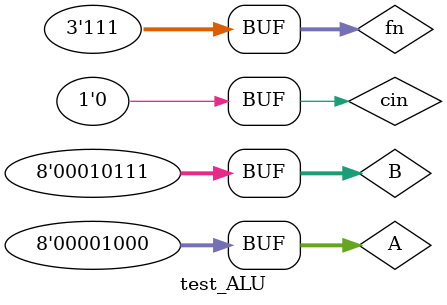
<source format=v>
module ALU (input [2:0] fn, input [7:0] op_A, op_B,input cin, output reg [7:0] out,output reg co, z); 

	always@(*)begin
		{out,co,z} = 0;
		casex (fn) 
			3'b00? : {co,out} = cin + op_A + op_B ;
			3'b01? : {co,out} = op_A - op_B - cin;
			3'b100 : out = op_A & op_B;
			3'b101 : out = op_A | op_B;
			3'b110 : out = op_A ^ op_B;
			3'b111 : out = ~(op_A & op_B);
		endcase
		z = (out == 8'b0);
	
	end

endmodule


module test_ALU ();
reg [2:0] fn;
reg [7:0] A, B;
reg cin;
wire [7:0] out;
wire co, z;

ALU cpu( fn,A, B,cin,out, co, z); 

initial begin
	fn = 3'b000; 
	A = 8'd8; B = 8'd5; cin  = 1 ;
	#10 cin = 0;
	#10 fn = 3'b011;
	#10 B = 8'd23; 
	#10 fn = 3'b100;
	#10 fn = 3'b101;
	#10 fn = 3'b110;
	#10 fn = 3'b111;
	#10;
	

end

endmodule




</source>
